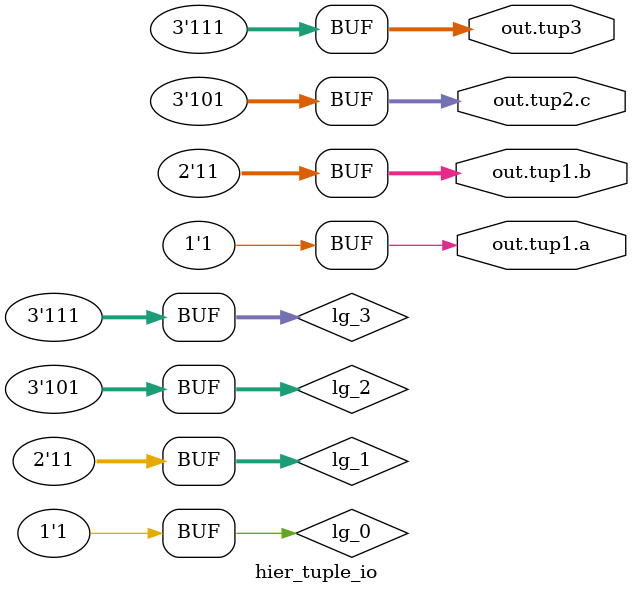
<source format=v>
module hier_tuple_io(\out.tup1.a , \out.tup1.b , \out.tup2.c , \out.tup3 );
  wire lg_0;
  wire [1:0] lg_1;
  wire [2:0] lg_2;
  wire [2:0] lg_3;
  output \out.tup1.a ;
  output [1:0] \out.tup1.b ;
  output [2:0] \out.tup2.c ;
  output [2:0] \out.tup3 ;
  assign lg_3 = 3'h7;
  assign lg_2 = 3'h5;
  assign lg_1 = 2'h3;
  assign lg_0 = 1'h1;
  assign \out.tup3  = 3'h7;
  assign \out.tup2.c  = 3'h5;
  assign \out.tup1.b  = 2'h3;
  assign \out.tup1.a  = 1'h1;
endmodule

</source>
